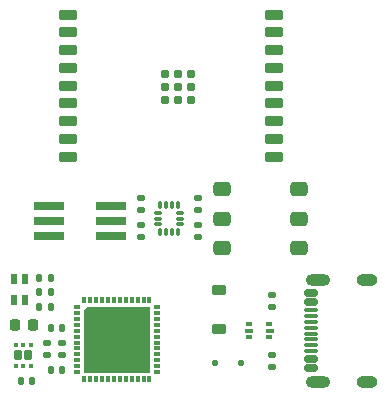
<source format=gbr>
%TF.GenerationSoftware,KiCad,Pcbnew,8.0.0*%
%TF.CreationDate,2024-03-01T21:25:54+00:00*%
%TF.ProjectId,Microll,4d696372-6f6c-46c2-9e6b-696361645f70,rev?*%
%TF.SameCoordinates,PX564eba0PY53724e0*%
%TF.FileFunction,Paste,Top*%
%TF.FilePolarity,Positive*%
%FSLAX46Y46*%
G04 Gerber Fmt 4.6, Leading zero omitted, Abs format (unit mm)*
G04 Created by KiCad (PCBNEW 8.0.0) date 2024-03-01 21:25:54*
%MOMM*%
%LPD*%
G01*
G04 APERTURE LIST*
G04 Aperture macros list*
%AMRoundRect*
0 Rectangle with rounded corners*
0 $1 Rounding radius*
0 $2 $3 $4 $5 $6 $7 $8 $9 X,Y pos of 4 corners*
0 Add a 4 corners polygon primitive as box body*
4,1,4,$2,$3,$4,$5,$6,$7,$8,$9,$2,$3,0*
0 Add four circle primitives for the rounded corners*
1,1,$1+$1,$2,$3*
1,1,$1+$1,$4,$5*
1,1,$1+$1,$6,$7*
1,1,$1+$1,$8,$9*
0 Add four rect primitives between the rounded corners*
20,1,$1+$1,$2,$3,$4,$5,0*
20,1,$1+$1,$4,$5,$6,$7,0*
20,1,$1+$1,$6,$7,$8,$9,0*
20,1,$1+$1,$8,$9,$2,$3,0*%
%AMOutline5P*
0 Free polygon, 5 corners , with rotation*
0 The origin of the aperture is its center*
0 number of corners: always 5*
0 $1 to $10 corner X, Y*
0 $11 Rotation angle, in degrees counterclockwise*
0 create outline with 5 corners*
4,1,5,$1,$2,$3,$4,$5,$6,$7,$8,$9,$10,$1,$2,$11*%
%AMOutline6P*
0 Free polygon, 6 corners , with rotation*
0 The origin of the aperture is its center*
0 number of corners: always 6*
0 $1 to $12 corner X, Y*
0 $13 Rotation angle, in degrees counterclockwise*
0 create outline with 6 corners*
4,1,6,$1,$2,$3,$4,$5,$6,$7,$8,$9,$10,$11,$12,$1,$2,$13*%
%AMOutline7P*
0 Free polygon, 7 corners , with rotation*
0 The origin of the aperture is its center*
0 number of corners: always 7*
0 $1 to $14 corner X, Y*
0 $15 Rotation angle, in degrees counterclockwise*
0 create outline with 7 corners*
4,1,7,$1,$2,$3,$4,$5,$6,$7,$8,$9,$10,$11,$12,$13,$14,$1,$2,$15*%
%AMOutline8P*
0 Free polygon, 8 corners , with rotation*
0 The origin of the aperture is its center*
0 number of corners: always 8*
0 $1 to $16 corner X, Y*
0 $17 Rotation angle, in degrees counterclockwise*
0 create outline with 8 corners*
4,1,8,$1,$2,$3,$4,$5,$6,$7,$8,$9,$10,$11,$12,$13,$14,$15,$16,$1,$2,$17*%
%AMFreePoly0*
4,1,18,-0.275000,0.075000,-0.269291,0.103701,-0.253033,0.128033,-0.228701,0.144291,-0.200000,0.150000,0.200000,0.150000,0.228701,0.144291,0.253033,0.128033,0.269291,0.103701,0.275000,0.075000,0.275000,-0.075000,0.200000,-0.150000,-0.200000,-0.150000,-0.228701,-0.144291,-0.253033,-0.128033,-0.269291,-0.103701,-0.275000,-0.075000,-0.275000,0.075000,-0.275000,0.075000,$1*%
G04 Aperture macros list end*
%ADD10RoundRect,0.135000X-0.185000X0.135000X-0.185000X-0.135000X0.185000X-0.135000X0.185000X0.135000X0*%
%ADD11RoundRect,0.225000X0.375000X-0.225000X0.375000X0.225000X-0.375000X0.225000X-0.375000X-0.225000X0*%
%ADD12RoundRect,0.225000X-0.525000X-0.225000X0.525000X-0.225000X0.525000X0.225000X-0.525000X0.225000X0*%
%ADD13RoundRect,0.175000X-0.175000X-0.175000X0.175000X-0.175000X0.175000X0.175000X-0.175000X0.175000X0*%
%ADD14RoundRect,0.225000X0.225000X0.250000X-0.225000X0.250000X-0.225000X-0.250000X0.225000X-0.250000X0*%
%ADD15RoundRect,0.135000X-0.135000X-0.185000X0.135000X-0.185000X0.135000X0.185000X-0.135000X0.185000X0*%
%ADD16RoundRect,0.140000X0.140000X0.170000X-0.140000X0.170000X-0.140000X-0.170000X0.140000X-0.170000X0*%
%ADD17R,2.650000X0.760000*%
%ADD18RoundRect,0.135000X0.185000X-0.135000X0.185000X0.135000X-0.185000X0.135000X-0.185000X-0.135000X0*%
%ADD19RoundRect,0.140000X0.170000X-0.140000X0.170000X0.140000X-0.170000X0.140000X-0.170000X-0.140000X0*%
%ADD20RoundRect,0.140000X-0.170000X0.140000X-0.170000X-0.140000X0.170000X-0.140000X0.170000X0.140000X0*%
%ADD21RoundRect,0.150000X0.425000X-0.150000X0.425000X0.150000X-0.425000X0.150000X-0.425000X-0.150000X0*%
%ADD22RoundRect,0.075000X0.500000X-0.075000X0.500000X0.075000X-0.500000X0.075000X-0.500000X-0.075000X0*%
%ADD23O,2.100000X1.000000*%
%ADD24O,1.800000X1.000000*%
%ADD25RoundRect,0.172500X-0.172500X0.262500X-0.172500X-0.262500X0.172500X-0.262500X0.172500X0.262500X0*%
%ADD26RoundRect,0.093750X-0.106250X0.093750X-0.106250X-0.093750X0.106250X-0.093750X0.106250X0.093750X0*%
%ADD27R,0.500000X0.375000*%
%ADD28R,0.650000X0.300000*%
%ADD29RoundRect,0.125000X-0.125000X-0.125000X0.125000X-0.125000X0.125000X0.125000X-0.125000X0.125000X0*%
%ADD30RoundRect,0.300000X0.450000X-0.300000X0.450000X0.300000X-0.450000X0.300000X-0.450000X-0.300000X0*%
%ADD31FreePoly0,0.000000*%
%ADD32RoundRect,0.075000X-0.200000X-0.075000X0.200000X-0.075000X0.200000X0.075000X-0.200000X0.075000X0*%
%ADD33RoundRect,0.075000X0.075000X-0.200000X0.075000X0.200000X-0.075000X0.200000X-0.075000X-0.200000X0*%
%ADD34RoundRect,0.075000X0.200000X0.075000X-0.200000X0.075000X-0.200000X-0.075000X0.200000X-0.075000X0*%
%ADD35Outline5P,-2.800000X2.520000X-2.520000X2.800000X2.800000X2.800000X2.800000X-2.800000X-2.800000X-2.800000X0.000000*%
%ADD36R,0.500000X0.850000*%
%ADD37RoundRect,0.087500X0.087500X-0.225000X0.087500X0.225000X-0.087500X0.225000X-0.087500X-0.225000X0*%
%ADD38RoundRect,0.087500X0.225000X-0.087500X0.225000X0.087500X-0.225000X0.087500X-0.225000X-0.087500X0*%
G04 APERTURE END LIST*
D10*
%TO.C,R7*%
X24779000Y6450000D03*
X24779000Y5430000D03*
%TD*%
D11*
%TO.C,D2*%
X20250000Y8645000D03*
X20250000Y11945000D03*
%TD*%
D12*
%TO.C,U1*%
X7438000Y35250000D03*
X7438000Y33750000D03*
X7438000Y32250000D03*
X7438000Y30750000D03*
X7438000Y29250000D03*
X7438000Y27750000D03*
X7438000Y26250000D03*
X7438000Y24750000D03*
X7438000Y23250000D03*
X24938000Y23250000D03*
X24938000Y24750000D03*
X24938000Y26250000D03*
X24938000Y27750000D03*
X24938000Y29250000D03*
X24938000Y30750000D03*
X24938000Y32250000D03*
X24938000Y33750000D03*
X24938000Y35250000D03*
D13*
X15688000Y30200000D03*
X15688000Y29100000D03*
X15688000Y28000000D03*
X16788000Y30200000D03*
X16788000Y29100000D03*
X16788000Y28000000D03*
X17888000Y30200000D03*
X17888000Y29100000D03*
X17888000Y28000000D03*
%TD*%
D14*
%TO.C,C4*%
X4490804Y8983000D03*
X2940804Y8983000D03*
%TD*%
D15*
%TO.C,R3*%
X5004000Y13000000D03*
X6024000Y13000000D03*
%TD*%
D16*
%TO.C,C1*%
X4449804Y4250000D03*
X3489804Y4250000D03*
%TD*%
D15*
%TO.C,R2*%
X5004000Y11750000D03*
X6024000Y11750000D03*
%TD*%
D17*
%TO.C,SW4*%
X5875000Y19020000D03*
X5875000Y17750000D03*
X5875000Y16480000D03*
X11125000Y16480000D03*
X11125000Y17750000D03*
X11125000Y19020000D03*
%TD*%
D18*
%TO.C,R6*%
X24779000Y10510000D03*
X24779000Y11530000D03*
%TD*%
D16*
%TO.C,C8*%
X6947804Y5173000D03*
X5987804Y5173000D03*
%TD*%
D19*
%TO.C,C6*%
X18470000Y16474000D03*
X18470000Y17434000D03*
%TD*%
D20*
%TO.C,C5*%
X6975804Y7431000D03*
X6975804Y6471000D03*
%TD*%
%TO.C,C2*%
X5705804Y7431000D03*
X5705804Y6471000D03*
%TD*%
D16*
%TO.C,C3*%
X6947804Y8729000D03*
X5987804Y8729000D03*
%TD*%
D21*
%TO.C,J6*%
X28040000Y5309500D03*
X28040000Y6109500D03*
D22*
X28040000Y7259500D03*
X28040000Y8259500D03*
X28040000Y8759500D03*
X28040000Y9759500D03*
D21*
X28040000Y10909500D03*
X28040000Y11709500D03*
X28040000Y11709500D03*
X28040000Y10909500D03*
D22*
X28040000Y10259500D03*
X28040000Y9259500D03*
X28040000Y7759500D03*
X28040000Y6759500D03*
D21*
X28040000Y6109500D03*
X28040000Y5309500D03*
D23*
X28615000Y4189500D03*
D24*
X32795000Y4189500D03*
D23*
X28615000Y12829500D03*
D24*
X32795000Y12829500D03*
%TD*%
D25*
%TO.C,U2*%
X4073804Y6443000D03*
X3273804Y6443000D03*
D26*
X4323804Y7330500D03*
X3673804Y7330500D03*
X3023804Y7330500D03*
X3023804Y5555500D03*
X3673804Y5555500D03*
X4323804Y5555500D03*
%TD*%
D27*
%TO.C,U4*%
X24525000Y7972000D03*
D28*
X24600000Y8509500D03*
D27*
X24525000Y9047000D03*
X22825000Y9047000D03*
D28*
X22750000Y8509500D03*
D27*
X22825000Y7972000D03*
%TD*%
D18*
%TO.C,R4*%
X13644000Y16472000D03*
X13644000Y17492000D03*
%TD*%
D15*
%TO.C,R1*%
X5004000Y10538000D03*
X6024000Y10538000D03*
%TD*%
D29*
%TO.C,D3*%
X19900000Y5750000D03*
X22100000Y5750000D03*
%TD*%
D30*
%TO.C,U5*%
X20500000Y15500000D03*
X20500000Y18000000D03*
X20500000Y20500000D03*
X27000000Y15500000D03*
X27000000Y18000000D03*
X27000000Y20500000D03*
%TD*%
D31*
%TO.C,U3*%
X8236804Y10500000D03*
D32*
X8236804Y10000000D03*
X8236804Y9500000D03*
X8236804Y9000000D03*
X8236804Y8500000D03*
X8236804Y8000000D03*
X8236804Y7500000D03*
X8236804Y7000000D03*
X8236804Y6500000D03*
X8236804Y6000000D03*
X8236804Y5500000D03*
X8236804Y5000000D03*
D33*
X8861804Y4375000D03*
X9361804Y4375000D03*
X9861804Y4375000D03*
X10361804Y4375000D03*
X10861804Y4375000D03*
X11361804Y4375000D03*
X11861804Y4375000D03*
X12361804Y4375000D03*
X12861804Y4375000D03*
X13361804Y4375000D03*
X13861804Y4375000D03*
X14361804Y4375000D03*
D34*
X14986804Y5000000D03*
X14986804Y5500000D03*
X14986804Y6000000D03*
X14986804Y6500000D03*
X14986804Y7000000D03*
X14986804Y7500000D03*
X14986804Y8000000D03*
X14986804Y8500000D03*
X14986804Y9000000D03*
X14986804Y9500000D03*
X14986804Y10000000D03*
X14986804Y10500000D03*
D33*
X14361804Y11125000D03*
X13861804Y11125000D03*
X13361804Y11125000D03*
X12861804Y11125000D03*
X12361804Y11125000D03*
X11861804Y11125000D03*
X11361804Y11125000D03*
X10861804Y11125000D03*
X10361804Y11125000D03*
X9861804Y11125000D03*
X9361804Y11125000D03*
X8861804Y11100000D03*
D35*
X11611804Y7750000D03*
%TD*%
D20*
%TO.C,C7*%
X18470000Y19720000D03*
X18470000Y18760000D03*
%TD*%
D36*
%TO.C,D1*%
X2868000Y12893000D03*
X2868000Y11143000D03*
X3868000Y11143000D03*
X3868000Y12893000D03*
%TD*%
D37*
%TO.C,U6*%
X15250000Y16837500D03*
X15750000Y16837500D03*
X16250000Y16837500D03*
X16750000Y16837500D03*
D38*
X16912500Y17500000D03*
X16912500Y18000000D03*
X16912500Y18500000D03*
D37*
X16750000Y19162500D03*
X16250000Y19162500D03*
X15750000Y19162500D03*
X15250000Y19162500D03*
D38*
X15087500Y18500000D03*
X15087500Y18000000D03*
X15087500Y17500000D03*
%TD*%
D10*
%TO.C,R5*%
X13644000Y19778000D03*
X13644000Y18758000D03*
%TD*%
M02*

</source>
